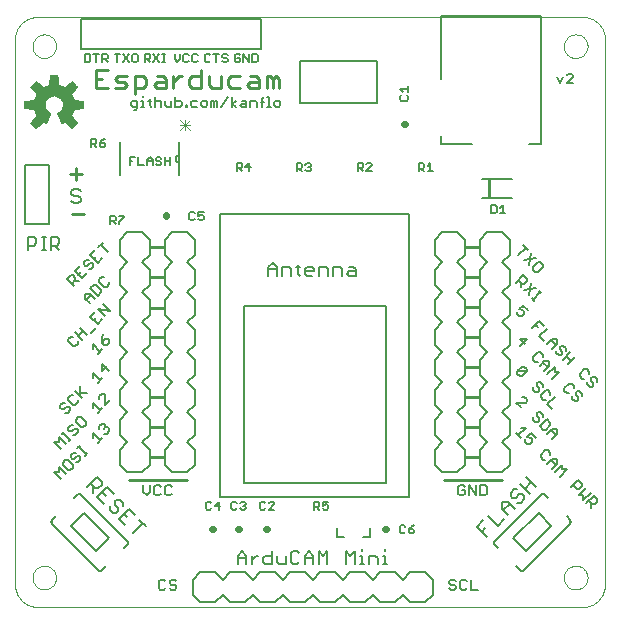
<source format=gto>
G75*
%MOIN*%
%OFA0B0*%
%FSLAX24Y24*%
%IPPOS*%
%LPD*%
%AMOC8*
5,1,8,0,0,1.08239X$1,22.5*
%
%ADD10C,0.0000*%
%ADD11C,0.0080*%
%ADD12C,0.0060*%
%ADD13C,0.0050*%
%ADD14C,0.0110*%
%ADD15C,0.0100*%
%ADD16C,0.0030*%
%ADD17C,0.0220*%
D10*
X000947Y000205D02*
X019058Y000205D01*
X019112Y000207D01*
X019165Y000212D01*
X019218Y000221D01*
X019270Y000234D01*
X019322Y000250D01*
X019372Y000270D01*
X019420Y000293D01*
X019467Y000320D01*
X019512Y000349D01*
X019555Y000382D01*
X019595Y000417D01*
X019633Y000455D01*
X019668Y000495D01*
X019701Y000538D01*
X019730Y000583D01*
X019757Y000630D01*
X019780Y000678D01*
X019800Y000728D01*
X019816Y000780D01*
X019829Y000832D01*
X019838Y000885D01*
X019843Y000938D01*
X019845Y000992D01*
X019845Y019103D01*
X019843Y019157D01*
X019838Y019210D01*
X019829Y019263D01*
X019816Y019315D01*
X019800Y019367D01*
X019780Y019417D01*
X019757Y019465D01*
X019730Y019512D01*
X019701Y019557D01*
X019668Y019600D01*
X019633Y019640D01*
X019595Y019678D01*
X019555Y019713D01*
X019512Y019746D01*
X019467Y019775D01*
X019420Y019802D01*
X019372Y019825D01*
X019322Y019845D01*
X019270Y019861D01*
X019218Y019874D01*
X019165Y019883D01*
X019112Y019888D01*
X019058Y019890D01*
X000947Y019890D01*
X000893Y019888D01*
X000840Y019883D01*
X000787Y019874D01*
X000735Y019861D01*
X000683Y019845D01*
X000633Y019825D01*
X000585Y019802D01*
X000538Y019775D01*
X000493Y019746D01*
X000450Y019713D01*
X000410Y019678D01*
X000372Y019640D01*
X000337Y019600D01*
X000304Y019557D01*
X000275Y019512D01*
X000248Y019465D01*
X000225Y019417D01*
X000205Y019367D01*
X000189Y019315D01*
X000176Y019263D01*
X000167Y019210D01*
X000162Y019157D01*
X000160Y019103D01*
X000160Y000992D01*
X000162Y000938D01*
X000167Y000885D01*
X000176Y000832D01*
X000189Y000780D01*
X000205Y000728D01*
X000225Y000678D01*
X000248Y000630D01*
X000275Y000583D01*
X000304Y000538D01*
X000337Y000495D01*
X000372Y000455D01*
X000410Y000417D01*
X000450Y000382D01*
X000493Y000349D01*
X000538Y000320D01*
X000585Y000293D01*
X000633Y000270D01*
X000683Y000250D01*
X000735Y000234D01*
X000787Y000221D01*
X000840Y000212D01*
X000893Y000207D01*
X000947Y000205D01*
X000753Y001192D02*
X000755Y001231D01*
X000761Y001270D01*
X000771Y001308D01*
X000784Y001345D01*
X000801Y001380D01*
X000821Y001414D01*
X000845Y001445D01*
X000872Y001474D01*
X000901Y001500D01*
X000933Y001523D01*
X000967Y001543D01*
X001003Y001559D01*
X001040Y001571D01*
X001079Y001580D01*
X001118Y001585D01*
X001157Y001586D01*
X001196Y001583D01*
X001235Y001576D01*
X001272Y001565D01*
X001309Y001551D01*
X001344Y001533D01*
X001377Y001512D01*
X001408Y001487D01*
X001436Y001460D01*
X001461Y001430D01*
X001483Y001397D01*
X001502Y001363D01*
X001517Y001327D01*
X001529Y001289D01*
X001537Y001251D01*
X001541Y001212D01*
X001541Y001172D01*
X001537Y001133D01*
X001529Y001095D01*
X001517Y001057D01*
X001502Y001021D01*
X001483Y000987D01*
X001461Y000954D01*
X001436Y000924D01*
X001408Y000897D01*
X001377Y000872D01*
X001344Y000851D01*
X001309Y000833D01*
X001272Y000819D01*
X001235Y000808D01*
X001196Y000801D01*
X001157Y000798D01*
X001118Y000799D01*
X001079Y000804D01*
X001040Y000813D01*
X001003Y000825D01*
X000967Y000841D01*
X000933Y000861D01*
X000901Y000884D01*
X000872Y000910D01*
X000845Y000939D01*
X000821Y000970D01*
X000801Y001004D01*
X000784Y001039D01*
X000771Y001076D01*
X000761Y001114D01*
X000755Y001153D01*
X000753Y001192D01*
X000753Y018903D02*
X000755Y018942D01*
X000761Y018981D01*
X000771Y019019D01*
X000784Y019056D01*
X000801Y019091D01*
X000821Y019125D01*
X000845Y019156D01*
X000872Y019185D01*
X000901Y019211D01*
X000933Y019234D01*
X000967Y019254D01*
X001003Y019270D01*
X001040Y019282D01*
X001079Y019291D01*
X001118Y019296D01*
X001157Y019297D01*
X001196Y019294D01*
X001235Y019287D01*
X001272Y019276D01*
X001309Y019262D01*
X001344Y019244D01*
X001377Y019223D01*
X001408Y019198D01*
X001436Y019171D01*
X001461Y019141D01*
X001483Y019108D01*
X001502Y019074D01*
X001517Y019038D01*
X001529Y019000D01*
X001537Y018962D01*
X001541Y018923D01*
X001541Y018883D01*
X001537Y018844D01*
X001529Y018806D01*
X001517Y018768D01*
X001502Y018732D01*
X001483Y018698D01*
X001461Y018665D01*
X001436Y018635D01*
X001408Y018608D01*
X001377Y018583D01*
X001344Y018562D01*
X001309Y018544D01*
X001272Y018530D01*
X001235Y018519D01*
X001196Y018512D01*
X001157Y018509D01*
X001118Y018510D01*
X001079Y018515D01*
X001040Y018524D01*
X001003Y018536D01*
X000967Y018552D01*
X000933Y018572D01*
X000901Y018595D01*
X000872Y018621D01*
X000845Y018650D01*
X000821Y018681D01*
X000801Y018715D01*
X000784Y018750D01*
X000771Y018787D01*
X000761Y018825D01*
X000755Y018864D01*
X000753Y018903D01*
X018464Y018903D02*
X018466Y018942D01*
X018472Y018981D01*
X018482Y019019D01*
X018495Y019056D01*
X018512Y019091D01*
X018532Y019125D01*
X018556Y019156D01*
X018583Y019185D01*
X018612Y019211D01*
X018644Y019234D01*
X018678Y019254D01*
X018714Y019270D01*
X018751Y019282D01*
X018790Y019291D01*
X018829Y019296D01*
X018868Y019297D01*
X018907Y019294D01*
X018946Y019287D01*
X018983Y019276D01*
X019020Y019262D01*
X019055Y019244D01*
X019088Y019223D01*
X019119Y019198D01*
X019147Y019171D01*
X019172Y019141D01*
X019194Y019108D01*
X019213Y019074D01*
X019228Y019038D01*
X019240Y019000D01*
X019248Y018962D01*
X019252Y018923D01*
X019252Y018883D01*
X019248Y018844D01*
X019240Y018806D01*
X019228Y018768D01*
X019213Y018732D01*
X019194Y018698D01*
X019172Y018665D01*
X019147Y018635D01*
X019119Y018608D01*
X019088Y018583D01*
X019055Y018562D01*
X019020Y018544D01*
X018983Y018530D01*
X018946Y018519D01*
X018907Y018512D01*
X018868Y018509D01*
X018829Y018510D01*
X018790Y018515D01*
X018751Y018524D01*
X018714Y018536D01*
X018678Y018552D01*
X018644Y018572D01*
X018612Y018595D01*
X018583Y018621D01*
X018556Y018650D01*
X018532Y018681D01*
X018512Y018715D01*
X018495Y018750D01*
X018482Y018787D01*
X018472Y018825D01*
X018466Y018864D01*
X018464Y018903D01*
X018464Y001192D02*
X018466Y001231D01*
X018472Y001270D01*
X018482Y001308D01*
X018495Y001345D01*
X018512Y001380D01*
X018532Y001414D01*
X018556Y001445D01*
X018583Y001474D01*
X018612Y001500D01*
X018644Y001523D01*
X018678Y001543D01*
X018714Y001559D01*
X018751Y001571D01*
X018790Y001580D01*
X018829Y001585D01*
X018868Y001586D01*
X018907Y001583D01*
X018946Y001576D01*
X018983Y001565D01*
X019020Y001551D01*
X019055Y001533D01*
X019088Y001512D01*
X019119Y001487D01*
X019147Y001460D01*
X019172Y001430D01*
X019194Y001397D01*
X019213Y001363D01*
X019228Y001327D01*
X019240Y001289D01*
X019248Y001251D01*
X019252Y001212D01*
X019252Y001172D01*
X019248Y001133D01*
X019240Y001095D01*
X019228Y001057D01*
X019213Y001021D01*
X019194Y000987D01*
X019172Y000954D01*
X019147Y000924D01*
X019119Y000897D01*
X019088Y000872D01*
X019055Y000851D01*
X019020Y000833D01*
X018983Y000819D01*
X018946Y000808D01*
X018907Y000801D01*
X018868Y000798D01*
X018829Y000799D01*
X018790Y000804D01*
X018751Y000813D01*
X018714Y000825D01*
X018678Y000841D01*
X018644Y000861D01*
X018612Y000884D01*
X018583Y000910D01*
X018556Y000939D01*
X018532Y000970D01*
X018512Y001004D01*
X018495Y001039D01*
X018482Y001076D01*
X018472Y001114D01*
X018466Y001153D01*
X018464Y001192D01*
D11*
X017132Y001452D02*
X018663Y002983D01*
X018662Y002984D02*
X018673Y002997D01*
X018682Y003012D01*
X018688Y003028D01*
X018691Y003044D01*
X018691Y003062D01*
X018688Y003078D01*
X018682Y003094D01*
X018673Y003109D01*
X018662Y003122D01*
X018663Y003123D02*
X018551Y003234D01*
X018036Y002914D02*
X017619Y003331D01*
X016784Y002496D01*
X017201Y002079D01*
X018036Y002914D01*
X017939Y003846D02*
X017828Y003958D01*
X017827Y003957D02*
X017814Y003968D01*
X017799Y003977D01*
X017783Y003983D01*
X017767Y003986D01*
X017749Y003986D01*
X017733Y003983D01*
X017717Y003977D01*
X017702Y003968D01*
X017689Y003957D01*
X017688Y003958D02*
X016157Y002427D01*
X016158Y002426D02*
X016147Y002413D01*
X016138Y002398D01*
X016132Y002382D01*
X016129Y002366D01*
X016129Y002348D01*
X016132Y002332D01*
X016138Y002316D01*
X016147Y002301D01*
X016158Y002288D01*
X016157Y002287D02*
X016269Y002176D01*
X015893Y002555D02*
X015560Y002887D01*
X015782Y003109D01*
X015918Y003246D02*
X016251Y002913D01*
X016473Y003135D01*
X016609Y003271D02*
X016387Y003493D01*
X016387Y003715D01*
X016609Y003715D01*
X016831Y003493D01*
X016912Y003685D02*
X017023Y003685D01*
X017134Y003795D01*
X017134Y003906D01*
X017078Y003962D01*
X016967Y003962D01*
X016856Y003851D01*
X016745Y003851D01*
X016690Y003906D01*
X016690Y004017D01*
X016801Y004128D01*
X016912Y004128D01*
X016993Y004320D02*
X017325Y003987D01*
X017159Y004154D02*
X017381Y004375D01*
X017547Y004209D02*
X017214Y004542D01*
X016660Y004955D02*
X016660Y005455D01*
X016410Y005705D01*
X016660Y005955D01*
X016660Y006455D01*
X016410Y006705D01*
X016660Y006955D01*
X016660Y007455D01*
X016410Y007705D01*
X016660Y007955D01*
X016660Y008455D01*
X016410Y008705D01*
X016660Y008955D01*
X016660Y009455D01*
X016410Y009705D01*
X016660Y009955D01*
X016660Y010455D01*
X016410Y010705D01*
X016660Y010955D01*
X016660Y011455D01*
X016410Y011705D01*
X016660Y011955D01*
X016660Y012455D01*
X016410Y012705D01*
X015910Y012705D01*
X015660Y012455D01*
X015660Y011955D01*
X015910Y011705D01*
X015660Y011455D01*
X015660Y010955D01*
X015910Y010705D01*
X015660Y010455D01*
X015660Y009955D01*
X015910Y009705D01*
X015660Y009455D01*
X015660Y008955D01*
X015910Y008705D01*
X015660Y008455D01*
X015660Y007955D01*
X015910Y007705D01*
X015660Y007455D01*
X015660Y006955D01*
X015910Y006705D01*
X015660Y006455D01*
X015660Y005955D01*
X015910Y005705D01*
X015660Y005455D01*
X015660Y004955D01*
X015910Y004705D01*
X016410Y004705D01*
X016660Y004955D01*
X016665Y003659D02*
X016443Y003437D01*
X015837Y002832D02*
X015727Y002721D01*
X016881Y001564D02*
X016992Y001452D01*
X016993Y001453D02*
X017006Y001442D01*
X017021Y001433D01*
X017037Y001427D01*
X017053Y001424D01*
X017071Y001424D01*
X017087Y001427D01*
X017103Y001433D01*
X017118Y001442D01*
X017131Y001453D01*
X014096Y001114D02*
X014096Y000614D01*
X013846Y000364D01*
X013346Y000364D01*
X013096Y000614D01*
X012846Y000364D01*
X012346Y000364D01*
X012096Y000614D01*
X011846Y000364D01*
X011346Y000364D01*
X011096Y000614D01*
X010846Y000364D01*
X010346Y000364D01*
X010096Y000614D01*
X009846Y000364D01*
X009346Y000364D01*
X009096Y000614D01*
X008846Y000364D01*
X008346Y000364D01*
X008096Y000614D01*
X007846Y000364D01*
X007346Y000364D01*
X007096Y000614D01*
X006846Y000364D01*
X006346Y000364D01*
X006096Y000614D01*
X006096Y001114D01*
X006346Y001364D01*
X006846Y001364D01*
X007096Y001114D01*
X007346Y001364D01*
X007846Y001364D01*
X008096Y001114D01*
X008346Y001364D01*
X008846Y001364D01*
X009096Y001114D01*
X009346Y001364D01*
X009846Y001364D01*
X010096Y001114D01*
X010346Y001364D01*
X010846Y001364D01*
X011096Y001114D01*
X011346Y001364D01*
X011846Y001364D01*
X012096Y001114D01*
X012346Y001364D01*
X012846Y001364D01*
X013096Y001114D01*
X013346Y001364D01*
X013846Y001364D01*
X014096Y001114D01*
X012574Y001645D02*
X012434Y001645D01*
X012504Y001645D02*
X012504Y001925D01*
X012434Y001925D01*
X012504Y002065D02*
X012504Y002135D01*
X012254Y001855D02*
X012254Y001645D01*
X012254Y001855D02*
X012184Y001925D01*
X011974Y001925D01*
X011974Y001645D01*
X011807Y001645D02*
X011667Y001645D01*
X011737Y001645D02*
X011737Y001925D01*
X011667Y001925D01*
X011737Y002065D02*
X011737Y002135D01*
X011487Y002065D02*
X011487Y001645D01*
X011206Y001645D02*
X011206Y002065D01*
X011347Y001925D01*
X011487Y002065D01*
X011775Y002529D02*
X012011Y002529D01*
X012011Y002844D01*
X011145Y002529D02*
X010909Y002529D01*
X010909Y002844D01*
X010566Y002065D02*
X010566Y001645D01*
X010286Y001645D02*
X010286Y002065D01*
X010426Y001925D01*
X010566Y002065D01*
X010105Y001925D02*
X010105Y001645D01*
X010105Y001855D02*
X009825Y001855D01*
X009825Y001925D02*
X009825Y001645D01*
X009645Y001715D02*
X009575Y001645D01*
X009435Y001645D01*
X009365Y001715D01*
X009365Y001995D01*
X009435Y002065D01*
X009575Y002065D01*
X009645Y001995D01*
X009825Y001925D02*
X009965Y002065D01*
X010105Y001925D01*
X009185Y001925D02*
X009185Y001645D01*
X008975Y001645D01*
X008904Y001715D01*
X008904Y001925D01*
X008724Y001925D02*
X008514Y001925D01*
X008444Y001855D01*
X008444Y001715D01*
X008514Y001645D01*
X008724Y001645D01*
X008724Y002065D01*
X008271Y001925D02*
X008201Y001925D01*
X008060Y001785D01*
X008060Y001645D02*
X008060Y001925D01*
X007880Y001925D02*
X007880Y001645D01*
X007880Y001855D02*
X007600Y001855D01*
X007600Y001925D02*
X007600Y001645D01*
X007600Y001925D02*
X007740Y002065D01*
X007880Y001925D01*
X005910Y004705D02*
X005410Y004705D01*
X005160Y004955D01*
X005160Y005455D01*
X005410Y005705D01*
X005160Y005955D01*
X005160Y006455D01*
X005410Y006705D01*
X005160Y006955D01*
X005160Y007455D01*
X005410Y007705D01*
X005160Y007955D01*
X005160Y008455D01*
X005410Y008705D01*
X005160Y008955D01*
X005160Y009455D01*
X005410Y009705D01*
X005160Y009955D01*
X005160Y010455D01*
X005410Y010705D01*
X005160Y010955D01*
X005160Y011455D01*
X005410Y011705D01*
X005160Y011955D01*
X005160Y012455D01*
X005410Y012705D01*
X005910Y012705D01*
X006160Y012455D01*
X006160Y011955D01*
X005910Y011705D01*
X006160Y011455D01*
X006160Y010955D01*
X005910Y010705D01*
X006160Y010455D01*
X006160Y009955D01*
X005910Y009705D01*
X006160Y009455D01*
X006160Y008955D01*
X005910Y008705D01*
X006160Y008455D01*
X006160Y007955D01*
X005910Y007705D01*
X006160Y007455D01*
X006160Y006955D01*
X005910Y006705D01*
X006160Y006455D01*
X006160Y005955D01*
X005910Y005705D01*
X006160Y005455D01*
X006160Y004955D01*
X005910Y004705D01*
X004660Y004955D02*
X004660Y005455D01*
X004410Y005705D01*
X004660Y005955D01*
X004660Y006455D01*
X004410Y006705D01*
X004660Y006955D01*
X004660Y007455D01*
X004410Y007705D01*
X004660Y007955D01*
X004660Y008455D01*
X004410Y008705D01*
X004660Y008955D01*
X004660Y009455D01*
X004410Y009705D01*
X004660Y009955D01*
X004660Y010455D01*
X004410Y010705D01*
X004660Y010955D01*
X004660Y011455D01*
X004410Y011705D01*
X004660Y011955D01*
X004660Y012455D01*
X004410Y012705D01*
X003910Y012705D01*
X003660Y012455D01*
X003660Y011955D01*
X003910Y011705D01*
X003660Y011455D01*
X003660Y010955D01*
X003910Y010705D01*
X003660Y010455D01*
X003660Y009955D01*
X003910Y009705D01*
X003660Y009455D01*
X003660Y008955D01*
X003910Y008705D01*
X003660Y008455D01*
X003660Y007955D01*
X003910Y007705D01*
X003660Y007455D01*
X003660Y006955D01*
X003910Y006705D01*
X003660Y006455D01*
X003660Y005955D01*
X003910Y005705D01*
X003660Y005455D01*
X003660Y004955D01*
X003910Y004705D01*
X004410Y004705D01*
X004660Y004955D01*
X003657Y003787D02*
X003546Y003787D01*
X003490Y003732D01*
X003490Y003621D01*
X003601Y003510D01*
X003601Y003399D01*
X003546Y003344D01*
X003435Y003344D01*
X003324Y003454D01*
X003324Y003565D01*
X003132Y003646D02*
X002910Y003868D01*
X003243Y004201D01*
X003465Y003979D01*
X003657Y003787D02*
X003768Y003676D01*
X003768Y003565D01*
X003959Y003484D02*
X003627Y003152D01*
X003848Y002930D01*
X004096Y002683D02*
X004428Y003015D01*
X004317Y003126D02*
X004539Y002905D01*
X004181Y003263D02*
X003959Y003484D01*
X003793Y003318D02*
X003904Y003207D01*
X003913Y002427D02*
X002382Y003958D01*
X002381Y003957D02*
X002368Y003968D01*
X002353Y003977D01*
X002337Y003983D01*
X002321Y003986D01*
X002303Y003986D01*
X002287Y003983D01*
X002271Y003977D01*
X002256Y003968D01*
X002243Y003957D01*
X002242Y003958D02*
X002131Y003846D01*
X002552Y004226D02*
X002885Y004559D01*
X003051Y004392D01*
X003051Y004282D01*
X002940Y004171D01*
X002830Y004171D01*
X002663Y004337D01*
X002774Y004226D02*
X002774Y004004D01*
X003077Y004034D02*
X003188Y003923D01*
X002451Y003331D02*
X002034Y002914D01*
X002869Y002079D01*
X003286Y002496D01*
X002451Y003331D01*
X001519Y003234D02*
X001407Y003123D01*
X001408Y003122D02*
X001397Y003109D01*
X001388Y003094D01*
X001382Y003078D01*
X001379Y003062D01*
X001379Y003044D01*
X001382Y003028D01*
X001388Y003012D01*
X001397Y002997D01*
X001408Y002984D01*
X001407Y002983D02*
X002938Y001452D01*
X002939Y001453D02*
X002952Y001442D01*
X002967Y001433D01*
X002983Y001427D01*
X002999Y001424D01*
X003017Y001424D01*
X003033Y001427D01*
X003049Y001433D01*
X003064Y001442D01*
X003077Y001453D01*
X003078Y001452D02*
X003189Y001564D01*
X003801Y002176D02*
X003913Y002287D01*
X003912Y002288D02*
X003923Y002301D01*
X003932Y002316D01*
X003938Y002332D01*
X003941Y002348D01*
X003941Y002366D01*
X003938Y002382D01*
X003932Y002398D01*
X003923Y002413D01*
X003912Y002426D01*
X001644Y012120D02*
X001504Y012260D01*
X001574Y012260D02*
X001364Y012260D01*
X001364Y012120D02*
X001364Y012541D01*
X001574Y012541D01*
X001644Y012471D01*
X001644Y012331D01*
X001574Y012260D01*
X001197Y012120D02*
X001057Y012120D01*
X001127Y012120D02*
X001127Y012541D01*
X001057Y012541D02*
X001197Y012541D01*
X000877Y012471D02*
X000877Y012331D01*
X000807Y012260D01*
X000596Y012260D01*
X000596Y012120D02*
X000596Y012541D01*
X000807Y012541D01*
X000877Y012471D01*
X002118Y013676D02*
X002039Y013754D01*
X002118Y013676D02*
X002275Y013676D01*
X002354Y013754D01*
X002354Y013833D01*
X002275Y013911D01*
X002118Y013911D01*
X002039Y013990D01*
X002039Y014069D01*
X002118Y014147D01*
X002275Y014147D01*
X002354Y014069D01*
X009670Y017005D02*
X009670Y018405D01*
X012250Y018405D01*
X012250Y017005D01*
X009670Y017005D01*
X014160Y012455D02*
X014410Y012705D01*
X014910Y012705D01*
X015160Y012455D01*
X015160Y011955D01*
X014910Y011705D01*
X015160Y011455D01*
X015160Y010955D01*
X014910Y010705D01*
X015160Y010455D01*
X015160Y009955D01*
X014910Y009705D01*
X015160Y009455D01*
X015160Y008955D01*
X014910Y008705D01*
X015160Y008455D01*
X015160Y007955D01*
X014910Y007705D01*
X015160Y007455D01*
X015160Y006955D01*
X014910Y006705D01*
X015160Y006455D01*
X015160Y005955D01*
X014910Y005705D01*
X015160Y005455D01*
X015160Y004955D01*
X014910Y004705D01*
X014410Y004705D01*
X014160Y004955D01*
X014160Y005455D01*
X014410Y005705D01*
X014160Y005955D01*
X014160Y006455D01*
X014410Y006705D01*
X014160Y006955D01*
X014160Y007455D01*
X014410Y007705D01*
X014160Y007955D01*
X014160Y008455D01*
X014410Y008705D01*
X014160Y008955D01*
X014160Y009455D01*
X014410Y009705D01*
X014160Y009955D01*
X014160Y010455D01*
X014410Y010705D01*
X014160Y010955D01*
X014160Y011455D01*
X014410Y011705D01*
X014160Y011955D01*
X014160Y012455D01*
X014360Y015655D02*
X015410Y015655D01*
X014360Y015655D02*
X014360Y015905D01*
X014360Y017805D02*
X014360Y019905D01*
X017710Y019905D01*
X017710Y015655D01*
X017310Y015655D01*
D12*
X016426Y013598D02*
X016426Y013337D01*
X016512Y013337D02*
X016339Y013337D01*
X016218Y013381D02*
X016218Y013554D01*
X016174Y013598D01*
X016044Y013598D01*
X016044Y013337D01*
X016174Y013337D01*
X016218Y013381D01*
X016339Y013511D02*
X016426Y013598D01*
X017110Y012263D02*
X017271Y012102D01*
X017190Y012183D02*
X016950Y011942D01*
X017130Y011762D02*
X017531Y011842D01*
X017591Y011702D02*
X017431Y011541D01*
X017431Y011461D01*
X017511Y011381D01*
X017591Y011381D01*
X017751Y011541D01*
X017751Y011622D01*
X017671Y011702D01*
X017591Y011702D01*
X017290Y011601D02*
X017371Y012002D01*
X017110Y011263D02*
X017231Y011142D01*
X017231Y011062D01*
X017150Y010982D01*
X017070Y010982D01*
X016950Y011102D01*
X017030Y011022D02*
X017030Y010862D01*
X017130Y010762D02*
X017531Y010842D01*
X017631Y010742D02*
X017711Y010662D01*
X017671Y010702D02*
X017431Y010461D01*
X017471Y010421D02*
X017390Y010501D01*
X017290Y010601D02*
X017371Y011002D01*
X017110Y011263D02*
X016870Y011022D01*
X017105Y010259D02*
X016984Y010139D01*
X017105Y010099D01*
X017145Y010059D01*
X017145Y009978D01*
X017065Y009898D01*
X016984Y009898D01*
X016904Y009978D01*
X016904Y010059D01*
X017105Y010259D02*
X017265Y010099D01*
X017626Y009738D02*
X017786Y009578D01*
X017886Y009478D02*
X017645Y009237D01*
X017806Y009077D01*
X017906Y008977D02*
X018066Y009137D01*
X018227Y009137D01*
X018227Y008977D01*
X018066Y008816D01*
X018206Y008756D02*
X018206Y008676D01*
X018287Y008596D01*
X018367Y008596D01*
X018407Y008636D01*
X018407Y008716D01*
X018327Y008797D01*
X018327Y008877D01*
X018367Y008917D01*
X018447Y008917D01*
X018527Y008837D01*
X018527Y008756D01*
X018667Y008697D02*
X018427Y008456D01*
X018547Y008576D02*
X018707Y008416D01*
X018828Y008536D02*
X018587Y008295D01*
X018317Y008061D02*
X018077Y007820D01*
X017916Y007980D02*
X018157Y008221D01*
X018157Y008061D01*
X018317Y008061D01*
X017977Y008241D02*
X017816Y008080D01*
X017937Y008201D02*
X017776Y008361D01*
X017816Y008401D02*
X017977Y008401D01*
X017977Y008241D01*
X017816Y008401D02*
X017656Y008241D01*
X017596Y008381D02*
X017516Y008381D01*
X017436Y008461D01*
X017436Y008541D01*
X017596Y008702D01*
X017676Y008702D01*
X017756Y008622D01*
X017756Y008541D01*
X018187Y008937D02*
X018026Y009097D01*
X017585Y009538D02*
X017505Y009618D01*
X017385Y009498D02*
X017626Y009738D01*
X017236Y009142D02*
X016995Y009142D01*
X017155Y008982D01*
X016995Y008902D02*
X017236Y009142D01*
X017150Y008223D02*
X017231Y008142D01*
X017231Y008062D01*
X016910Y008062D01*
X016910Y007982D01*
X016990Y007902D01*
X017070Y007902D01*
X017231Y008062D01*
X017150Y008223D02*
X017070Y008223D01*
X016910Y008062D01*
X017431Y007541D02*
X017431Y007461D01*
X017511Y007381D01*
X017591Y007381D01*
X017631Y007421D01*
X017631Y007501D01*
X017551Y007581D01*
X017551Y007662D01*
X017591Y007702D01*
X017671Y007702D01*
X017751Y007622D01*
X017751Y007541D01*
X017851Y007441D02*
X017691Y007281D01*
X017691Y007201D01*
X017771Y007121D01*
X017851Y007121D01*
X017911Y006980D02*
X018072Y006820D01*
X017911Y006980D02*
X018152Y007221D01*
X018012Y007281D02*
X018012Y007361D01*
X017932Y007441D01*
X017851Y007441D01*
X018477Y007419D02*
X018558Y007339D01*
X018638Y007339D01*
X018738Y007239D02*
X018738Y007159D01*
X018818Y007079D01*
X018898Y007079D01*
X018938Y007119D01*
X018938Y007199D01*
X018858Y007279D01*
X018858Y007359D01*
X018898Y007400D01*
X018978Y007400D01*
X019059Y007319D01*
X019059Y007239D01*
X019328Y007554D02*
X019248Y007634D01*
X019248Y007715D01*
X019368Y007755D02*
X019449Y007675D01*
X019449Y007594D01*
X019409Y007554D01*
X019328Y007554D01*
X019368Y007755D02*
X019368Y007835D01*
X019409Y007875D01*
X019489Y007875D01*
X019569Y007795D01*
X019569Y007715D01*
X019309Y007975D02*
X019309Y008055D01*
X019228Y008136D01*
X019148Y008136D01*
X018988Y007975D01*
X018988Y007895D01*
X019068Y007815D01*
X019148Y007815D01*
X018798Y007580D02*
X018718Y007660D01*
X018638Y007660D01*
X018477Y007500D01*
X018477Y007419D01*
X018798Y007500D02*
X018798Y007580D01*
X017751Y006622D02*
X017751Y006541D01*
X017751Y006622D02*
X017671Y006702D01*
X017591Y006702D01*
X017551Y006662D01*
X017551Y006581D01*
X017631Y006501D01*
X017631Y006421D01*
X017591Y006381D01*
X017511Y006381D01*
X017431Y006461D01*
X017431Y006541D01*
X017651Y006241D02*
X017771Y006121D01*
X017851Y006121D01*
X018012Y006281D01*
X018012Y006361D01*
X017892Y006481D01*
X017651Y006241D01*
X017911Y005980D02*
X018072Y006141D01*
X018232Y006141D01*
X018232Y005980D01*
X018072Y005820D01*
X018192Y005940D02*
X018032Y006101D01*
X017529Y005840D02*
X017369Y006000D01*
X017248Y005880D01*
X017369Y005840D01*
X017409Y005800D01*
X017409Y005720D01*
X017328Y005640D01*
X017248Y005640D01*
X017168Y005720D01*
X017168Y005800D01*
X017028Y005860D02*
X016867Y006020D01*
X016948Y005940D02*
X017188Y006181D01*
X017028Y006181D01*
X017030Y006862D02*
X016870Y007022D01*
X017190Y007022D01*
X017231Y007062D01*
X017231Y007142D01*
X017150Y007223D01*
X017070Y007223D01*
X017849Y005440D02*
X017689Y005279D01*
X017689Y005199D01*
X017769Y005119D01*
X017849Y005119D01*
X017909Y004979D02*
X018070Y005139D01*
X018230Y005139D01*
X018230Y004979D01*
X018070Y004818D01*
X018170Y004718D02*
X018410Y004959D01*
X018410Y004798D01*
X018571Y004798D01*
X018330Y004558D01*
X018190Y004938D02*
X018030Y005099D01*
X018010Y005279D02*
X018010Y005359D01*
X017929Y005440D01*
X017849Y005440D01*
X018931Y004438D02*
X019051Y004318D01*
X019051Y004237D01*
X018971Y004157D01*
X018891Y004157D01*
X018771Y004277D01*
X018691Y004197D02*
X018931Y004438D01*
X019192Y004177D02*
X018951Y003937D01*
X019111Y003937D01*
X019111Y003776D01*
X019352Y004017D01*
X019452Y003917D02*
X019211Y003676D01*
X019292Y003757D02*
X019412Y003636D01*
X019492Y003636D01*
X019572Y003716D01*
X019572Y003797D01*
X019452Y003917D01*
X019372Y003676D02*
X019372Y003516D01*
X015903Y003992D02*
X015903Y004219D01*
X015847Y004275D01*
X015677Y004275D01*
X015677Y003935D01*
X015847Y003935D01*
X015903Y003992D01*
X015535Y003935D02*
X015535Y004275D01*
X015308Y004275D02*
X015535Y003935D01*
X015308Y003935D02*
X015308Y004275D01*
X015167Y004219D02*
X015110Y004275D01*
X014997Y004275D01*
X014940Y004219D01*
X014940Y003992D01*
X014997Y003935D01*
X015110Y003935D01*
X015167Y003992D01*
X015167Y004105D01*
X015053Y004105D01*
X015060Y001125D02*
X015003Y001069D01*
X015003Y000842D01*
X015060Y000785D01*
X015174Y000785D01*
X015230Y000842D01*
X015372Y000785D02*
X015599Y000785D01*
X015372Y000785D02*
X015372Y001125D01*
X015230Y001069D02*
X015174Y001125D01*
X015060Y001125D01*
X014862Y001069D02*
X014805Y001125D01*
X014692Y001125D01*
X014635Y001069D01*
X014635Y001012D01*
X014692Y000955D01*
X014805Y000955D01*
X014862Y000898D01*
X014862Y000842D01*
X014805Y000785D01*
X014692Y000785D01*
X014635Y000842D01*
X005549Y000842D02*
X005492Y000785D01*
X005378Y000785D01*
X005322Y000842D01*
X005378Y000955D02*
X005492Y000955D01*
X005549Y000898D01*
X005549Y000842D01*
X005378Y000955D02*
X005322Y001012D01*
X005322Y001069D01*
X005378Y001125D01*
X005492Y001125D01*
X005549Y001069D01*
X005180Y001069D02*
X005124Y001125D01*
X005010Y001125D01*
X004953Y001069D01*
X004953Y000842D01*
X005010Y000785D01*
X005124Y000785D01*
X005180Y000842D01*
X005233Y003935D02*
X005177Y003992D01*
X005177Y004219D01*
X005233Y004275D01*
X005347Y004275D01*
X005403Y004219D01*
X005403Y003992D02*
X005347Y003935D01*
X005233Y003935D01*
X005035Y003992D02*
X004978Y003935D01*
X004865Y003935D01*
X004808Y003992D01*
X004808Y004219D01*
X004865Y004275D01*
X004978Y004275D01*
X005035Y004219D01*
X004667Y004275D02*
X004667Y004048D01*
X004553Y003935D01*
X004440Y004048D01*
X004440Y004275D01*
X002922Y005694D02*
X003082Y005854D01*
X003002Y005774D02*
X002762Y006015D01*
X002762Y005854D01*
X002982Y006155D02*
X002982Y006235D01*
X003062Y006315D01*
X003142Y006315D01*
X003182Y006275D01*
X003182Y006195D01*
X003263Y006195D01*
X003303Y006155D01*
X003303Y006074D01*
X003223Y005994D01*
X003142Y005994D01*
X003142Y006155D02*
X003182Y006195D01*
X002922Y006694D02*
X003082Y006854D01*
X003002Y006774D02*
X002762Y007015D01*
X002762Y006854D01*
X002982Y007155D02*
X002982Y007235D01*
X003062Y007315D01*
X003142Y007315D01*
X003182Y007275D01*
X003182Y006954D01*
X003343Y007115D01*
X002922Y007694D02*
X003082Y007854D01*
X003002Y007774D02*
X002762Y008015D01*
X002762Y007854D01*
X003062Y008074D02*
X003062Y008315D01*
X003303Y008074D01*
X003223Y008235D02*
X003062Y008074D01*
X002922Y008644D02*
X003082Y008804D01*
X003002Y008724D02*
X002762Y008965D01*
X002762Y008804D01*
X003062Y009024D02*
X003182Y009145D01*
X003263Y009145D01*
X003303Y009105D01*
X003303Y009024D01*
X003223Y008944D01*
X003142Y008944D01*
X003062Y009024D01*
X003062Y009185D01*
X003102Y009305D01*
X002862Y009504D02*
X002702Y009343D01*
X002562Y009283D02*
X002321Y009524D01*
X002441Y009404D02*
X002281Y009243D01*
X002401Y009123D02*
X002160Y009363D01*
X002101Y009223D02*
X002020Y009223D01*
X001940Y009143D01*
X001940Y009063D01*
X002101Y008902D01*
X002181Y008902D01*
X002261Y008983D01*
X002261Y009063D01*
X002922Y009644D02*
X003082Y009804D01*
X003182Y009904D02*
X002942Y010145D01*
X003343Y010065D01*
X003102Y010305D01*
X002822Y010494D02*
X002662Y010654D01*
X002501Y010654D01*
X002501Y010494D01*
X002662Y010333D01*
X002541Y010454D02*
X002702Y010614D01*
X002922Y010594D02*
X002681Y010834D01*
X002802Y010955D01*
X002882Y010955D01*
X003042Y010794D01*
X003042Y010714D01*
X002922Y010594D01*
X003142Y010894D02*
X003223Y010894D01*
X003303Y010974D01*
X003303Y011055D01*
X003142Y011215D02*
X003062Y011215D01*
X002982Y011135D01*
X002982Y011055D01*
X003142Y010894D01*
X002702Y011473D02*
X002621Y011473D01*
X002702Y011473D02*
X002782Y011554D01*
X002782Y011634D01*
X002742Y011674D01*
X002662Y011674D01*
X002581Y011594D01*
X002501Y011594D01*
X002461Y011634D01*
X002461Y011714D01*
X002541Y011794D01*
X002621Y011794D01*
X002681Y011934D02*
X002922Y011694D01*
X003082Y011854D01*
X002882Y011894D02*
X002802Y011814D01*
X002681Y011934D02*
X002842Y012095D01*
X002942Y012195D02*
X003102Y012355D01*
X003022Y012275D02*
X003263Y012034D01*
X002562Y011333D02*
X002401Y011173D01*
X002160Y011413D01*
X002321Y011574D01*
X002361Y011373D02*
X002281Y011293D01*
X002181Y011193D02*
X002181Y011113D01*
X002060Y010993D01*
X002141Y011073D02*
X002301Y011073D01*
X002181Y011193D02*
X002101Y011273D01*
X002020Y011273D01*
X001900Y011153D01*
X002141Y010912D01*
X002842Y010045D02*
X002681Y009884D01*
X002922Y009644D01*
X002802Y009764D02*
X002882Y009844D01*
X002321Y007574D02*
X002321Y007253D01*
X002321Y007333D02*
X002562Y007333D01*
X002401Y007173D02*
X002160Y007413D01*
X002101Y007273D02*
X002020Y007273D01*
X001940Y007193D01*
X001940Y007113D01*
X002101Y006952D01*
X002181Y006952D01*
X002261Y007033D01*
X002261Y007113D01*
X002001Y006852D02*
X002001Y006772D01*
X001920Y006692D01*
X001840Y006692D01*
X001800Y006812D02*
X001880Y006893D01*
X001960Y006893D01*
X002001Y006852D01*
X001800Y006812D02*
X001720Y006812D01*
X001680Y006852D01*
X001680Y006933D01*
X001760Y007013D01*
X001840Y007013D01*
X002281Y006534D02*
X002201Y006454D01*
X002201Y006373D01*
X002361Y006213D01*
X002441Y006213D01*
X002521Y006293D01*
X002521Y006373D01*
X002361Y006534D01*
X002281Y006534D01*
X002101Y006273D02*
X002020Y006273D01*
X001940Y006193D01*
X001940Y006113D01*
X001980Y006073D01*
X002060Y006073D01*
X002141Y006153D01*
X002221Y006153D01*
X002261Y006113D01*
X002261Y006033D01*
X002181Y005952D01*
X002101Y005952D01*
X002047Y005819D02*
X001967Y005739D01*
X002007Y005779D02*
X001767Y006019D01*
X001726Y005979D02*
X001807Y006060D01*
X001626Y005879D02*
X001867Y005639D01*
X001707Y005478D02*
X001466Y005719D01*
X001626Y005719D01*
X001626Y005879D01*
X002107Y005360D02*
X002027Y005280D01*
X002027Y005200D01*
X002067Y005160D01*
X002147Y005160D01*
X002227Y005240D01*
X002308Y005240D01*
X002348Y005200D01*
X002348Y005120D01*
X002268Y005039D01*
X002187Y005039D01*
X002087Y004939D02*
X001927Y005100D01*
X001847Y005100D01*
X001767Y005019D01*
X001767Y004939D01*
X001927Y004779D01*
X002007Y004779D01*
X002087Y004859D01*
X002087Y004939D01*
X001867Y004639D02*
X001626Y004879D01*
X001626Y004719D01*
X001466Y004719D01*
X001707Y004478D01*
X002107Y005360D02*
X002187Y005360D01*
X002247Y005500D02*
X002327Y005580D01*
X002287Y005540D02*
X002528Y005300D01*
X002488Y005260D02*
X002568Y005340D01*
X008616Y011253D02*
X008616Y011546D01*
X008763Y011693D01*
X008910Y011546D01*
X008910Y011253D01*
X009076Y011253D02*
X009076Y011546D01*
X009297Y011546D01*
X009370Y011473D01*
X009370Y011253D01*
X009537Y011546D02*
X009684Y011546D01*
X009610Y011620D02*
X009610Y011326D01*
X009684Y011253D01*
X009844Y011326D02*
X009844Y011473D01*
X009917Y011546D01*
X010064Y011546D01*
X010137Y011473D01*
X010137Y011400D01*
X009844Y011400D01*
X009844Y011326D02*
X009917Y011253D01*
X010064Y011253D01*
X010304Y011253D02*
X010304Y011546D01*
X010524Y011546D01*
X010598Y011473D01*
X010598Y011253D01*
X010764Y011253D02*
X010764Y011546D01*
X010985Y011546D01*
X011058Y011473D01*
X011058Y011253D01*
X011225Y011326D02*
X011298Y011400D01*
X011518Y011400D01*
X011518Y011473D02*
X011518Y011253D01*
X011298Y011253D01*
X011225Y011326D01*
X011298Y011546D02*
X011445Y011546D01*
X011518Y011473D01*
X008910Y011473D02*
X008616Y011473D01*
X005640Y014615D02*
X005640Y015035D01*
X005640Y015275D01*
X005640Y015695D01*
X005640Y015275D02*
X005619Y015273D01*
X005599Y015268D01*
X005580Y015259D01*
X005563Y015247D01*
X005548Y015232D01*
X005536Y015215D01*
X005527Y015196D01*
X005522Y015176D01*
X005520Y015155D01*
X005522Y015134D01*
X005527Y015114D01*
X005536Y015095D01*
X005548Y015078D01*
X005563Y015063D01*
X005580Y015051D01*
X005599Y015042D01*
X005619Y015037D01*
X005640Y015035D01*
X005671Y016885D02*
X005516Y016885D01*
X005516Y017195D01*
X005516Y017092D02*
X005671Y017092D01*
X005723Y017040D01*
X005723Y016937D01*
X005671Y016885D01*
X005857Y016885D02*
X005909Y016885D01*
X005909Y016937D01*
X005857Y016937D01*
X005857Y016885D01*
X006027Y016937D02*
X006027Y017040D01*
X006079Y017092D01*
X006234Y017092D01*
X006368Y017040D02*
X006368Y016937D01*
X006420Y016885D01*
X006523Y016885D01*
X006575Y016937D01*
X006575Y017040D01*
X006523Y017092D01*
X006420Y017092D01*
X006368Y017040D01*
X006234Y016885D02*
X006079Y016885D01*
X006027Y016937D01*
X006709Y016885D02*
X006709Y017092D01*
X006760Y017092D01*
X006812Y017040D01*
X006864Y017092D01*
X006916Y017040D01*
X006916Y016885D01*
X006812Y016885D02*
X006812Y017040D01*
X007049Y016885D02*
X007256Y017195D01*
X007390Y017195D02*
X007390Y016885D01*
X007390Y016988D02*
X007545Y017092D01*
X007726Y017092D02*
X007829Y017092D01*
X007881Y017040D01*
X007881Y016885D01*
X007726Y016885D01*
X007674Y016937D01*
X007726Y016988D01*
X007881Y016988D01*
X008015Y016885D02*
X008015Y017092D01*
X008170Y017092D01*
X008222Y017040D01*
X008222Y016885D01*
X008407Y016885D02*
X008407Y017144D01*
X008459Y017195D01*
X008583Y017195D02*
X008634Y017195D01*
X008634Y016885D01*
X008583Y016885D02*
X008686Y016885D01*
X008810Y016937D02*
X008810Y017040D01*
X008861Y017092D01*
X008965Y017092D01*
X009017Y017040D01*
X009017Y016937D01*
X008965Y016885D01*
X008861Y016885D01*
X008810Y016937D01*
X008459Y017040D02*
X008355Y017040D01*
X007545Y016885D02*
X007390Y016988D01*
X005382Y016885D02*
X005382Y017092D01*
X005176Y017092D02*
X005176Y016937D01*
X005227Y016885D01*
X005382Y016885D01*
X005042Y016885D02*
X005042Y017040D01*
X004990Y017092D01*
X004887Y017092D01*
X004835Y017040D01*
X004711Y017092D02*
X004608Y017092D01*
X004660Y017144D02*
X004660Y016937D01*
X004711Y016885D01*
X004835Y016885D02*
X004835Y017195D01*
X004432Y017195D02*
X004432Y017247D01*
X004432Y017092D02*
X004381Y017092D01*
X004432Y017092D02*
X004432Y016885D01*
X004381Y016885D02*
X004484Y016885D01*
X004247Y016885D02*
X004092Y016885D01*
X004040Y016937D01*
X004040Y017040D01*
X004092Y017092D01*
X004247Y017092D01*
X004247Y016833D01*
X004195Y016782D01*
X004143Y016782D01*
X003680Y015695D02*
X003680Y014615D01*
D13*
X003985Y014930D02*
X003985Y015200D01*
X004165Y015200D01*
X004280Y015200D02*
X004280Y014930D01*
X004460Y014930D01*
X004574Y014930D02*
X004574Y015110D01*
X004664Y015200D01*
X004754Y015110D01*
X004754Y014930D01*
X004869Y014975D02*
X004914Y014930D01*
X005004Y014930D01*
X005049Y014975D01*
X005049Y015020D01*
X005004Y015065D01*
X004914Y015065D01*
X004869Y015110D01*
X004869Y015155D01*
X004914Y015200D01*
X005004Y015200D01*
X005049Y015155D01*
X005164Y015200D02*
X005164Y014930D01*
X005164Y015065D02*
X005344Y015065D01*
X005344Y015200D02*
X005344Y014930D01*
X004754Y015065D02*
X004574Y015065D01*
X004075Y015065D02*
X003985Y015065D01*
X003173Y015590D02*
X003173Y015635D01*
X003128Y015680D01*
X002993Y015680D01*
X002993Y015590D01*
X003038Y015545D01*
X003128Y015545D01*
X003173Y015590D01*
X003083Y015770D02*
X002993Y015680D01*
X002878Y015680D02*
X002833Y015635D01*
X002698Y015635D01*
X002788Y015635D02*
X002878Y015545D01*
X002878Y015680D02*
X002878Y015770D01*
X002833Y015815D01*
X002698Y015815D01*
X002698Y015545D01*
X003083Y015770D02*
X003173Y015815D01*
X001304Y014939D02*
X001304Y012971D01*
X000516Y012971D01*
X000516Y014939D01*
X001304Y014939D01*
X003339Y013254D02*
X003339Y012984D01*
X003339Y013074D02*
X003474Y013074D01*
X003519Y013119D01*
X003519Y013209D01*
X003474Y013254D01*
X003339Y013254D01*
X003429Y013074D02*
X003519Y012984D01*
X003634Y012984D02*
X003634Y013029D01*
X003814Y013209D01*
X003814Y013254D01*
X003634Y013254D01*
X005981Y013331D02*
X005981Y013150D01*
X006026Y013105D01*
X006116Y013105D01*
X006162Y013150D01*
X006276Y013150D02*
X006321Y013105D01*
X006411Y013105D01*
X006456Y013150D01*
X006456Y013240D01*
X006411Y013286D01*
X006366Y013286D01*
X006276Y013240D01*
X006276Y013376D01*
X006456Y013376D01*
X006162Y013331D02*
X006116Y013376D01*
X006026Y013376D01*
X005981Y013331D01*
X007010Y013323D02*
X007010Y003874D01*
X013310Y003874D01*
X013310Y013323D01*
X007010Y013323D01*
X007551Y014748D02*
X007551Y015018D01*
X007686Y015018D01*
X007731Y014973D01*
X007731Y014883D01*
X007686Y014838D01*
X007551Y014838D01*
X007641Y014838D02*
X007731Y014748D01*
X007846Y014883D02*
X008026Y014883D01*
X007981Y014748D02*
X007981Y015018D01*
X007846Y014883D01*
X009555Y014819D02*
X009690Y014819D01*
X009735Y014864D01*
X009735Y014954D01*
X009690Y014999D01*
X009555Y014999D01*
X009555Y014729D01*
X009645Y014819D02*
X009735Y014729D01*
X009850Y014774D02*
X009895Y014729D01*
X009985Y014729D01*
X010030Y014774D01*
X010030Y014819D01*
X009985Y014864D01*
X009940Y014864D01*
X009985Y014864D02*
X010030Y014909D01*
X010030Y014954D01*
X009985Y014999D01*
X009895Y014999D01*
X009850Y014954D01*
X011587Y015019D02*
X011587Y014749D01*
X011587Y014839D02*
X011722Y014839D01*
X011767Y014884D01*
X011767Y014974D01*
X011722Y015019D01*
X011587Y015019D01*
X011677Y014839D02*
X011767Y014749D01*
X011882Y014749D02*
X012062Y014929D01*
X012062Y014974D01*
X012017Y015019D01*
X011927Y015019D01*
X011882Y014974D01*
X011882Y014749D02*
X012062Y014749D01*
X013624Y014733D02*
X013624Y015004D01*
X013759Y015004D01*
X013804Y014959D01*
X013804Y014869D01*
X013759Y014823D01*
X013624Y014823D01*
X013714Y014823D02*
X013804Y014733D01*
X013919Y014733D02*
X014099Y014733D01*
X014009Y014733D02*
X014009Y015004D01*
X013919Y014914D01*
X015738Y014470D02*
X015974Y014470D01*
X016013Y014470D01*
X016013Y013840D01*
X015974Y013840D01*
X015974Y014470D01*
X016722Y014470D01*
X016722Y013840D02*
X016013Y013840D01*
X015974Y013840D02*
X015738Y013840D01*
X013228Y017092D02*
X013048Y017092D01*
X013003Y017137D01*
X013003Y017227D01*
X013048Y017272D01*
X013093Y017386D02*
X013003Y017477D01*
X013273Y017477D01*
X013273Y017567D02*
X013273Y017386D01*
X013228Y017272D02*
X013273Y017227D01*
X013273Y017137D01*
X013228Y017092D01*
X018240Y017880D02*
X018341Y017680D01*
X018441Y017880D01*
X018563Y017930D02*
X018613Y017980D01*
X018713Y017980D01*
X018763Y017930D01*
X018763Y017880D01*
X018563Y017680D01*
X018763Y017680D01*
X012522Y010252D02*
X012522Y004347D01*
X007798Y004347D01*
X007798Y010252D01*
X012522Y010252D01*
X010608Y003721D02*
X010428Y003721D01*
X010428Y003586D01*
X010518Y003631D01*
X010563Y003631D01*
X010608Y003586D01*
X010608Y003496D01*
X010563Y003451D01*
X010473Y003451D01*
X010428Y003496D01*
X010313Y003451D02*
X010223Y003541D01*
X010268Y003541D02*
X010133Y003541D01*
X010133Y003451D02*
X010133Y003721D01*
X010268Y003721D01*
X010313Y003676D01*
X010313Y003586D01*
X010268Y003541D01*
X008806Y003455D02*
X008626Y003455D01*
X008806Y003636D01*
X008806Y003681D01*
X008761Y003726D01*
X008671Y003726D01*
X008626Y003681D01*
X008512Y003681D02*
X008466Y003726D01*
X008376Y003726D01*
X008331Y003681D01*
X008331Y003500D01*
X008376Y003455D01*
X008466Y003455D01*
X008512Y003500D01*
X007856Y003500D02*
X007811Y003455D01*
X007721Y003455D01*
X007676Y003500D01*
X007562Y003500D02*
X007516Y003455D01*
X007426Y003455D01*
X007381Y003500D01*
X007381Y003681D01*
X007426Y003726D01*
X007516Y003726D01*
X007562Y003681D01*
X007676Y003681D02*
X007721Y003726D01*
X007811Y003726D01*
X007856Y003681D01*
X007856Y003636D01*
X007811Y003590D01*
X007856Y003545D01*
X007856Y003500D01*
X007811Y003590D02*
X007766Y003590D01*
X007006Y003590D02*
X006826Y003590D01*
X006961Y003726D01*
X006961Y003455D01*
X006712Y003500D02*
X006666Y003455D01*
X006576Y003455D01*
X006531Y003500D01*
X006531Y003681D01*
X006576Y003726D01*
X006666Y003726D01*
X006712Y003681D01*
X012993Y002892D02*
X012993Y002712D01*
X013038Y002667D01*
X013128Y002667D01*
X013173Y002712D01*
X013288Y002712D02*
X013288Y002802D01*
X013423Y002802D01*
X013468Y002757D01*
X013468Y002712D01*
X013423Y002667D01*
X013333Y002667D01*
X013288Y002712D01*
X013288Y002802D02*
X013378Y002892D01*
X013468Y002937D01*
X013173Y002892D02*
X013128Y002937D01*
X013038Y002937D01*
X012993Y002892D01*
X008209Y018380D02*
X008074Y018380D01*
X008074Y018650D01*
X008209Y018650D01*
X008254Y018605D01*
X008254Y018425D01*
X008209Y018380D01*
X007960Y018380D02*
X007960Y018650D01*
X007780Y018650D02*
X007780Y018380D01*
X007665Y018425D02*
X007665Y018515D01*
X007575Y018515D01*
X007485Y018605D02*
X007485Y018425D01*
X007530Y018380D01*
X007620Y018380D01*
X007665Y018425D01*
X007665Y018605D02*
X007620Y018650D01*
X007530Y018650D01*
X007485Y018605D01*
X007254Y018605D02*
X007209Y018650D01*
X007119Y018650D01*
X007074Y018605D01*
X007074Y018560D01*
X007119Y018515D01*
X007209Y018515D01*
X007254Y018470D01*
X007254Y018425D01*
X007209Y018380D01*
X007119Y018380D01*
X007074Y018425D01*
X006870Y018380D02*
X006870Y018650D01*
X006780Y018650D02*
X006960Y018650D01*
X006665Y018605D02*
X006620Y018650D01*
X006530Y018650D01*
X006485Y018605D01*
X006485Y018425D01*
X006530Y018380D01*
X006620Y018380D01*
X006665Y018425D01*
X006254Y018425D02*
X006209Y018380D01*
X006119Y018380D01*
X006074Y018425D01*
X006074Y018605D01*
X006119Y018650D01*
X006209Y018650D01*
X006254Y018605D01*
X005960Y018605D02*
X005915Y018650D01*
X005825Y018650D01*
X005780Y018605D01*
X005780Y018425D01*
X005825Y018380D01*
X005915Y018380D01*
X005960Y018425D01*
X005665Y018470D02*
X005665Y018650D01*
X005665Y018470D02*
X005575Y018380D01*
X005485Y018470D01*
X005485Y018650D01*
X005164Y018650D02*
X005074Y018650D01*
X005119Y018650D02*
X005119Y018380D01*
X005074Y018380D02*
X005164Y018380D01*
X004960Y018380D02*
X004780Y018650D01*
X004665Y018605D02*
X004665Y018515D01*
X004620Y018470D01*
X004485Y018470D01*
X004485Y018380D02*
X004485Y018650D01*
X004620Y018650D01*
X004665Y018605D01*
X004575Y018470D02*
X004665Y018380D01*
X004780Y018380D02*
X004960Y018650D01*
X004254Y018605D02*
X004254Y018425D01*
X004209Y018380D01*
X004119Y018380D01*
X004074Y018425D01*
X004074Y018605D01*
X004119Y018650D01*
X004209Y018650D01*
X004254Y018605D01*
X003960Y018650D02*
X003780Y018380D01*
X003960Y018380D02*
X003780Y018650D01*
X003665Y018650D02*
X003485Y018650D01*
X003575Y018650D02*
X003575Y018380D01*
X003254Y018380D02*
X003164Y018470D01*
X003209Y018470D02*
X003074Y018470D01*
X003074Y018380D02*
X003074Y018650D01*
X003209Y018650D01*
X003254Y018605D01*
X003254Y018515D01*
X003209Y018470D01*
X002960Y018650D02*
X002780Y018650D01*
X002870Y018650D02*
X002870Y018380D01*
X002665Y018425D02*
X002665Y018605D01*
X002620Y018650D01*
X002485Y018650D01*
X002485Y018380D01*
X002620Y018380D01*
X002665Y018425D01*
X002360Y018805D02*
X002360Y019805D01*
X008360Y019805D01*
X008360Y018805D01*
X002360Y018805D01*
X007780Y018650D02*
X007960Y018380D01*
D14*
X008012Y017904D02*
X008209Y017904D01*
X008308Y017805D01*
X008308Y017510D01*
X008012Y017510D01*
X007914Y017608D01*
X008012Y017707D01*
X008308Y017707D01*
X008559Y017510D02*
X008559Y017904D01*
X008657Y017904D01*
X008755Y017805D01*
X008854Y017904D01*
X008952Y017805D01*
X008952Y017510D01*
X008755Y017510D02*
X008755Y017805D01*
X007663Y017904D02*
X007368Y017904D01*
X007269Y017805D01*
X007269Y017608D01*
X007368Y017510D01*
X007663Y017510D01*
X007019Y017510D02*
X007019Y017904D01*
X007019Y017510D02*
X006723Y017510D01*
X006625Y017608D01*
X006625Y017904D01*
X006374Y017904D02*
X006079Y017904D01*
X005980Y017805D01*
X005980Y017608D01*
X006079Y017510D01*
X006374Y017510D01*
X006374Y018101D01*
X005738Y017904D02*
X005640Y017904D01*
X005443Y017707D01*
X005443Y017510D02*
X005443Y017904D01*
X005192Y017805D02*
X005192Y017510D01*
X004897Y017510D01*
X004799Y017608D01*
X004897Y017707D01*
X005192Y017707D01*
X005192Y017805D02*
X005094Y017904D01*
X004897Y017904D01*
X004548Y017805D02*
X004548Y017608D01*
X004449Y017510D01*
X004154Y017510D01*
X004154Y017313D02*
X004154Y017904D01*
X004449Y017904D01*
X004548Y017805D01*
X003903Y017904D02*
X003608Y017904D01*
X003510Y017805D01*
X003608Y017707D01*
X003805Y017707D01*
X003903Y017608D01*
X003805Y017510D01*
X003510Y017510D01*
X003259Y017510D02*
X002865Y017510D01*
X002865Y018101D01*
X003259Y018101D01*
X003062Y017805D02*
X002865Y017805D01*
X002212Y014852D02*
X002212Y014458D01*
X002015Y014655D02*
X002409Y014655D01*
X002459Y013305D02*
X002065Y013305D01*
D15*
X004671Y012196D02*
X005121Y012196D01*
X005110Y011205D02*
X004660Y011205D01*
X004710Y010185D02*
X005110Y010185D01*
X005121Y009214D02*
X004671Y009214D01*
X004680Y008194D02*
X005130Y008194D01*
X005110Y007205D02*
X004710Y007205D01*
X004710Y006205D02*
X005110Y006205D01*
X005121Y005205D02*
X004680Y005205D01*
X003960Y004455D02*
X005910Y004455D01*
X014460Y004455D02*
X016410Y004455D01*
X015621Y005205D02*
X015210Y005205D01*
X015210Y006205D02*
X015610Y006205D01*
X015621Y007205D02*
X015210Y007205D01*
X015210Y008205D02*
X015610Y008205D01*
X015621Y009205D02*
X015210Y009205D01*
X015210Y010205D02*
X015621Y010205D01*
X015621Y011205D02*
X015210Y011205D01*
X015180Y012205D02*
X015610Y012205D01*
D16*
X005987Y016126D02*
X005673Y016440D01*
X005673Y016283D02*
X005987Y016283D01*
X005987Y016440D02*
X005673Y016126D01*
X005830Y016126D02*
X005830Y016440D01*
X002437Y016835D02*
X002437Y017075D01*
X002119Y017107D01*
X002085Y017214D01*
X002034Y017314D01*
X002236Y017561D01*
X002066Y017731D01*
X001819Y017529D01*
X001719Y017580D01*
X001612Y017614D01*
X001580Y017932D01*
X001340Y017932D01*
X001308Y017614D01*
X001201Y017580D01*
X001101Y017529D01*
X000854Y017731D01*
X000684Y017561D01*
X000886Y017314D01*
X000835Y017214D01*
X000801Y017107D01*
X000483Y017075D01*
X000483Y016835D01*
X000801Y016803D01*
X000835Y016696D01*
X000886Y016596D01*
X000684Y016349D01*
X000854Y016179D01*
X001101Y016381D01*
X001201Y016330D01*
X001342Y016671D01*
X001289Y016699D01*
X001242Y016737D01*
X001204Y016784D01*
X001176Y016837D01*
X001158Y016895D01*
X001152Y016955D01*
X001159Y017018D01*
X001178Y017078D01*
X001209Y017133D01*
X001251Y017180D01*
X001301Y017218D01*
X001358Y017245D01*
X001420Y017260D01*
X001483Y017262D01*
X001545Y017251D01*
X001604Y017227D01*
X001656Y017192D01*
X001700Y017147D01*
X001735Y017094D01*
X001757Y017035D01*
X001767Y016972D01*
X001764Y016909D01*
X001748Y016848D01*
X001720Y016791D01*
X001682Y016742D01*
X001633Y016701D01*
X001578Y016671D01*
X001719Y016330D01*
X001819Y016381D01*
X002066Y016179D01*
X002236Y016349D01*
X002034Y016596D01*
X002085Y016696D01*
X002119Y016803D01*
X002437Y016835D01*
X002437Y016849D02*
X001749Y016849D01*
X001756Y016878D02*
X002437Y016878D01*
X002437Y016906D02*
X001763Y016906D01*
X001765Y016935D02*
X002437Y016935D01*
X002437Y016963D02*
X001767Y016963D01*
X001764Y016992D02*
X002437Y016992D01*
X002437Y017020D02*
X001759Y017020D01*
X001752Y017049D02*
X002437Y017049D01*
X002415Y017077D02*
X001741Y017077D01*
X001727Y017106D02*
X002135Y017106D01*
X002111Y017134D02*
X001709Y017134D01*
X001685Y017163D02*
X002102Y017163D01*
X002092Y017191D02*
X001657Y017191D01*
X001615Y017220D02*
X002082Y017220D01*
X002068Y017248D02*
X001551Y017248D01*
X001370Y017248D02*
X000852Y017248D01*
X000838Y017220D02*
X001304Y017220D01*
X001265Y017191D02*
X000828Y017191D01*
X000818Y017163D02*
X001235Y017163D01*
X001210Y017134D02*
X000809Y017134D01*
X000785Y017106D02*
X001194Y017106D01*
X001178Y017077D02*
X000505Y017077D01*
X000483Y017049D02*
X001169Y017049D01*
X001160Y017020D02*
X000483Y017020D01*
X000483Y016992D02*
X001156Y016992D01*
X001153Y016963D02*
X000483Y016963D01*
X000483Y016935D02*
X001154Y016935D01*
X001157Y016906D02*
X000483Y016906D01*
X000483Y016878D02*
X001164Y016878D01*
X001172Y016849D02*
X000483Y016849D01*
X000625Y016821D02*
X001185Y016821D01*
X001200Y016792D02*
X000804Y016792D01*
X000813Y016764D02*
X001221Y016764D01*
X001245Y016735D02*
X000822Y016735D01*
X000831Y016707D02*
X001280Y016707D01*
X001329Y016678D02*
X000844Y016678D01*
X000859Y016650D02*
X001334Y016650D01*
X001322Y016621D02*
X000873Y016621D01*
X000883Y016593D02*
X001310Y016593D01*
X001298Y016564D02*
X000860Y016564D01*
X000837Y016536D02*
X001286Y016536D01*
X001274Y016507D02*
X000813Y016507D01*
X000790Y016479D02*
X001263Y016479D01*
X001251Y016450D02*
X000767Y016450D01*
X000744Y016422D02*
X001239Y016422D01*
X001227Y016393D02*
X000720Y016393D01*
X000697Y016365D02*
X001081Y016365D01*
X001046Y016336D02*
X000697Y016336D01*
X000726Y016308D02*
X001011Y016308D01*
X000976Y016279D02*
X000754Y016279D01*
X000783Y016251D02*
X000941Y016251D01*
X000906Y016222D02*
X000811Y016222D01*
X000840Y016194D02*
X000871Y016194D01*
X001133Y016365D02*
X001215Y016365D01*
X001204Y016336D02*
X001189Y016336D01*
X001598Y016621D02*
X002047Y016621D01*
X002037Y016593D02*
X001610Y016593D01*
X001622Y016564D02*
X002060Y016564D01*
X002083Y016536D02*
X001634Y016536D01*
X001646Y016507D02*
X002107Y016507D01*
X002130Y016479D02*
X001657Y016479D01*
X001669Y016450D02*
X002153Y016450D01*
X002176Y016422D02*
X001681Y016422D01*
X001693Y016393D02*
X002200Y016393D01*
X002223Y016365D02*
X001839Y016365D01*
X001874Y016336D02*
X002223Y016336D01*
X002194Y016308D02*
X001909Y016308D01*
X001944Y016279D02*
X002166Y016279D01*
X002137Y016251D02*
X001979Y016251D01*
X002014Y016222D02*
X002109Y016222D01*
X002080Y016194D02*
X002049Y016194D01*
X001787Y016365D02*
X001705Y016365D01*
X001716Y016336D02*
X001731Y016336D01*
X001586Y016650D02*
X002061Y016650D01*
X002076Y016678D02*
X001591Y016678D01*
X001640Y016707D02*
X002089Y016707D01*
X002098Y016735D02*
X001674Y016735D01*
X001699Y016764D02*
X002107Y016764D01*
X002116Y016792D02*
X001721Y016792D01*
X001735Y016821D02*
X002295Y016821D01*
X002053Y017277D02*
X000867Y017277D01*
X000882Y017305D02*
X002038Y017305D01*
X002050Y017334D02*
X000870Y017334D01*
X000847Y017362D02*
X002073Y017362D01*
X002097Y017391D02*
X000823Y017391D01*
X000800Y017419D02*
X002120Y017419D01*
X002143Y017448D02*
X000777Y017448D01*
X000754Y017476D02*
X002166Y017476D01*
X002190Y017505D02*
X000730Y017505D01*
X000707Y017533D02*
X001096Y017533D01*
X001110Y017533D02*
X001810Y017533D01*
X001824Y017533D02*
X002213Y017533D01*
X002235Y017562D02*
X001859Y017562D01*
X001894Y017590D02*
X002206Y017590D01*
X002178Y017619D02*
X001929Y017619D01*
X001964Y017647D02*
X002149Y017647D01*
X002121Y017676D02*
X001999Y017676D01*
X002034Y017704D02*
X002092Y017704D01*
X001755Y017562D02*
X001165Y017562D01*
X001232Y017590D02*
X001688Y017590D01*
X001612Y017619D02*
X001308Y017619D01*
X001311Y017647D02*
X001609Y017647D01*
X001606Y017676D02*
X001314Y017676D01*
X001317Y017704D02*
X001603Y017704D01*
X001600Y017733D02*
X001320Y017733D01*
X001323Y017761D02*
X001597Y017761D01*
X001594Y017790D02*
X001326Y017790D01*
X001328Y017818D02*
X001592Y017818D01*
X001589Y017847D02*
X001331Y017847D01*
X001334Y017875D02*
X001586Y017875D01*
X001583Y017904D02*
X001337Y017904D01*
X001061Y017562D02*
X000685Y017562D01*
X000714Y017590D02*
X001026Y017590D01*
X000991Y017619D02*
X000742Y017619D01*
X000771Y017647D02*
X000956Y017647D01*
X000921Y017676D02*
X000799Y017676D01*
X000828Y017704D02*
X000886Y017704D01*
D17*
X005210Y013267D02*
X005210Y013243D01*
X013148Y016305D02*
X013172Y016305D01*
X012522Y002805D02*
X012498Y002805D01*
X008572Y002805D02*
X008548Y002805D01*
X007622Y002805D02*
X007598Y002805D01*
X006772Y002805D02*
X006748Y002805D01*
M02*

</source>
